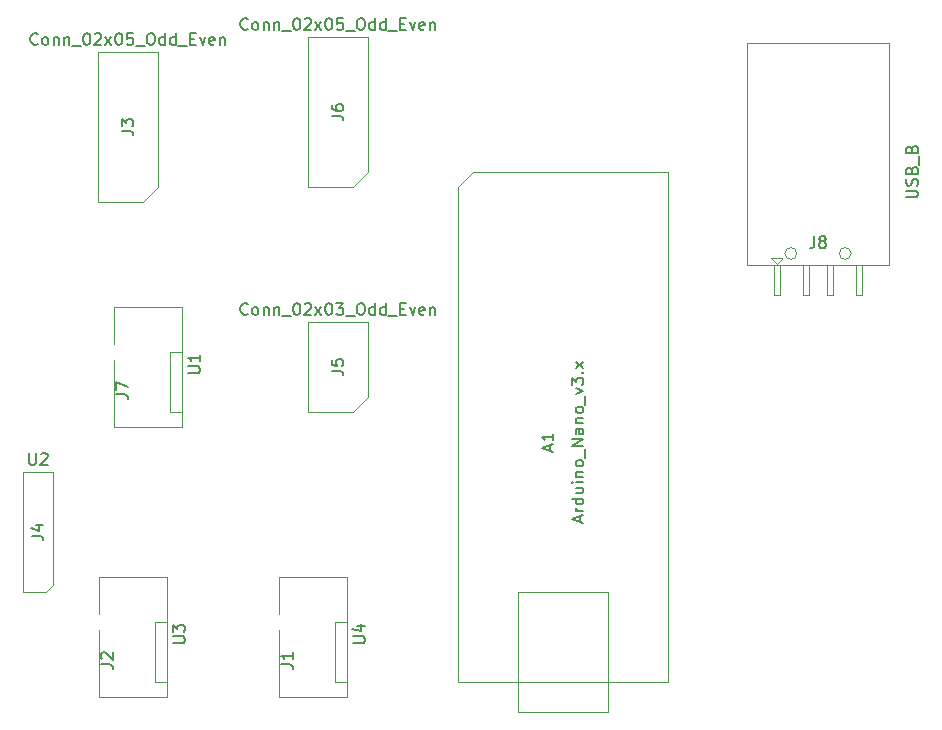
<source format=gbr>
%TF.GenerationSoftware,KiCad,Pcbnew,5.0.2-bee76a0~70~ubuntu14.04.1*%
%TF.CreationDate,2021-10-08T16:33:51+02:00*%
%TF.ProjectId,Literkarte Pong,4c697465-726b-4617-9274-6520506f6e67,rev?*%
%TF.SameCoordinates,Original*%
%TF.FileFunction,Other,Fab,Top*%
%FSLAX46Y46*%
G04 Gerber Fmt 4.6, Leading zero omitted, Abs format (unit mm)*
G04 Created by KiCad (PCBNEW 5.0.2-bee76a0~70~ubuntu14.04.1) date Fr 08 Okt 2021 16:33:51 CEST*
%MOMM*%
%LPD*%
G01*
G04 APERTURE LIST*
%ADD10C,0.100000*%
%ADD11C,0.150000*%
G04 APERTURE END LIST*
D10*
%TO.C,J8*%
X189040000Y-108850000D02*
X189990000Y-108850000D01*
X189540000Y-109350000D02*
X189040000Y-108850000D01*
X189540000Y-109350000D02*
X190040000Y-108850000D01*
X195840000Y-108500000D02*
G75*
G03X195840000Y-108500000I-500000J0D01*
G01*
X191240000Y-108500000D02*
G75*
G03X191240000Y-108500000I-500000J0D01*
G01*
X189790000Y-112000000D02*
X189790000Y-109500000D01*
X189790000Y-112000000D02*
X189290000Y-112000000D01*
X189290000Y-112000000D02*
X189290000Y-109500000D01*
X191790000Y-112000000D02*
X191790000Y-109500000D01*
X192290000Y-112000000D02*
X192290000Y-109500000D01*
X192290000Y-112000000D02*
X191790000Y-112000000D01*
X194290000Y-112000000D02*
X194290000Y-109500000D01*
X194290000Y-112000000D02*
X193790000Y-112000000D01*
X193790000Y-112000000D02*
X193790000Y-109500000D01*
X196790000Y-112000000D02*
X196790000Y-109500000D01*
X196290000Y-112000000D02*
X196290000Y-109500000D01*
X196790000Y-112000000D02*
X196290000Y-112000000D01*
X199065000Y-90700000D02*
X187015000Y-90700000D01*
X199065000Y-109500000D02*
X199065000Y-90700000D01*
X187015000Y-109500000D02*
X187015000Y-90700000D01*
X199065000Y-109500000D02*
X187015000Y-109500000D01*
%TO.C,J7*%
X133390000Y-123170000D02*
X133390000Y-117520000D01*
X139190000Y-123170000D02*
X133390000Y-123170000D01*
X139190000Y-123120000D02*
X139190000Y-123170000D01*
X139190000Y-113070000D02*
X139190000Y-123120000D01*
X133390000Y-113070000D02*
X139190000Y-113070000D01*
X133390000Y-116170000D02*
X133390000Y-113070000D01*
X138190000Y-121920000D02*
X139190000Y-121920000D01*
X138190000Y-116820000D02*
X138190000Y-121920000D01*
X139190000Y-116820000D02*
X138190000Y-116820000D01*
%TO.C,J6*%
X154940000Y-101600000D02*
X153670000Y-102870000D01*
X154940000Y-90170000D02*
X154940000Y-101600000D01*
X149860000Y-90170000D02*
X154940000Y-90170000D01*
X149860000Y-102870000D02*
X149860000Y-90170000D01*
X153670000Y-102870000D02*
X149860000Y-102870000D01*
%TO.C,J5*%
X154940000Y-120650000D02*
X153670000Y-121920000D01*
X154940000Y-114300000D02*
X154940000Y-120650000D01*
X149860000Y-114300000D02*
X154940000Y-114300000D01*
X149860000Y-121920000D02*
X149860000Y-114300000D01*
X153670000Y-121920000D02*
X149860000Y-121920000D01*
%TO.C,J4*%
X128270000Y-136525000D02*
X127635000Y-137160000D01*
X128270000Y-127000000D02*
X128270000Y-136525000D01*
X125730000Y-127000000D02*
X128270000Y-127000000D01*
X125730000Y-137160000D02*
X125730000Y-127000000D01*
X127635000Y-137160000D02*
X125730000Y-137160000D01*
%TO.C,J3*%
X137160000Y-102870000D02*
X135890000Y-104140000D01*
X137160000Y-91440000D02*
X137160000Y-102870000D01*
X132080000Y-91440000D02*
X137160000Y-91440000D01*
X132080000Y-104140000D02*
X132080000Y-91440000D01*
X135890000Y-104140000D02*
X132080000Y-104140000D01*
%TO.C,J2*%
X132120000Y-146030000D02*
X132120000Y-140380000D01*
X137920000Y-146030000D02*
X132120000Y-146030000D01*
X137920000Y-145980000D02*
X137920000Y-146030000D01*
X137920000Y-135930000D02*
X137920000Y-145980000D01*
X132120000Y-135930000D02*
X137920000Y-135930000D01*
X132120000Y-139030000D02*
X132120000Y-135930000D01*
X136920000Y-144780000D02*
X137920000Y-144780000D01*
X136920000Y-139680000D02*
X136920000Y-144780000D01*
X137920000Y-139680000D02*
X136920000Y-139680000D01*
%TO.C,J1*%
X147360000Y-146030000D02*
X147360000Y-140380000D01*
X153160000Y-146030000D02*
X147360000Y-146030000D01*
X153160000Y-145980000D02*
X153160000Y-146030000D01*
X153160000Y-135930000D02*
X153160000Y-145980000D01*
X147360000Y-135930000D02*
X153160000Y-135930000D01*
X147360000Y-139030000D02*
X147360000Y-135930000D01*
X152160000Y-144780000D02*
X153160000Y-144780000D01*
X152160000Y-139680000D02*
X152160000Y-144780000D01*
X153160000Y-139680000D02*
X152160000Y-139680000D01*
%TO.C,A1*%
X180340000Y-101600000D02*
X180340000Y-144780000D01*
X163830000Y-101600000D02*
X180340000Y-101600000D01*
X162560000Y-102870000D02*
X163830000Y-101600000D01*
X162560000Y-144780000D02*
X162560000Y-102870000D01*
X180340000Y-144780000D02*
X162560000Y-144780000D01*
X167640000Y-147320000D02*
X167640000Y-137160000D01*
X175260000Y-147320000D02*
X167640000Y-147320000D01*
X175260000Y-137160000D02*
X175260000Y-147320000D01*
X167640000Y-137160000D02*
X175260000Y-137160000D01*
%TD*%
%TO.C,J8*%
D11*
X200492380Y-103742857D02*
X201301904Y-103742857D01*
X201397142Y-103695238D01*
X201444761Y-103647619D01*
X201492380Y-103552380D01*
X201492380Y-103361904D01*
X201444761Y-103266666D01*
X201397142Y-103219047D01*
X201301904Y-103171428D01*
X200492380Y-103171428D01*
X201444761Y-102742857D02*
X201492380Y-102600000D01*
X201492380Y-102361904D01*
X201444761Y-102266666D01*
X201397142Y-102219047D01*
X201301904Y-102171428D01*
X201206666Y-102171428D01*
X201111428Y-102219047D01*
X201063809Y-102266666D01*
X201016190Y-102361904D01*
X200968571Y-102552380D01*
X200920952Y-102647619D01*
X200873333Y-102695238D01*
X200778095Y-102742857D01*
X200682857Y-102742857D01*
X200587619Y-102695238D01*
X200540000Y-102647619D01*
X200492380Y-102552380D01*
X200492380Y-102314285D01*
X200540000Y-102171428D01*
X200968571Y-101409523D02*
X201016190Y-101266666D01*
X201063809Y-101219047D01*
X201159047Y-101171428D01*
X201301904Y-101171428D01*
X201397142Y-101219047D01*
X201444761Y-101266666D01*
X201492380Y-101361904D01*
X201492380Y-101742857D01*
X200492380Y-101742857D01*
X200492380Y-101409523D01*
X200540000Y-101314285D01*
X200587619Y-101266666D01*
X200682857Y-101219047D01*
X200778095Y-101219047D01*
X200873333Y-101266666D01*
X200920952Y-101314285D01*
X200968571Y-101409523D01*
X200968571Y-101742857D01*
X201587619Y-100980952D02*
X201587619Y-100219047D01*
X200968571Y-99647619D02*
X201016190Y-99504761D01*
X201063809Y-99457142D01*
X201159047Y-99409523D01*
X201301904Y-99409523D01*
X201397142Y-99457142D01*
X201444761Y-99504761D01*
X201492380Y-99600000D01*
X201492380Y-99980952D01*
X200492380Y-99980952D01*
X200492380Y-99647619D01*
X200540000Y-99552380D01*
X200587619Y-99504761D01*
X200682857Y-99457142D01*
X200778095Y-99457142D01*
X200873333Y-99504761D01*
X200920952Y-99552380D01*
X200968571Y-99647619D01*
X200968571Y-99980952D01*
X192706666Y-107052380D02*
X192706666Y-107766666D01*
X192659047Y-107909523D01*
X192563809Y-108004761D01*
X192420952Y-108052380D01*
X192325714Y-108052380D01*
X193325714Y-107480952D02*
X193230476Y-107433333D01*
X193182857Y-107385714D01*
X193135238Y-107290476D01*
X193135238Y-107242857D01*
X193182857Y-107147619D01*
X193230476Y-107100000D01*
X193325714Y-107052380D01*
X193516190Y-107052380D01*
X193611428Y-107100000D01*
X193659047Y-107147619D01*
X193706666Y-107242857D01*
X193706666Y-107290476D01*
X193659047Y-107385714D01*
X193611428Y-107433333D01*
X193516190Y-107480952D01*
X193325714Y-107480952D01*
X193230476Y-107528571D01*
X193182857Y-107576190D01*
X193135238Y-107671428D01*
X193135238Y-107861904D01*
X193182857Y-107957142D01*
X193230476Y-108004761D01*
X193325714Y-108052380D01*
X193516190Y-108052380D01*
X193611428Y-108004761D01*
X193659047Y-107957142D01*
X193706666Y-107861904D01*
X193706666Y-107671428D01*
X193659047Y-107576190D01*
X193611428Y-107528571D01*
X193516190Y-107480952D01*
%TO.C,J7*%
X139692380Y-118631904D02*
X140501904Y-118631904D01*
X140597142Y-118584285D01*
X140644761Y-118536666D01*
X140692380Y-118441428D01*
X140692380Y-118250952D01*
X140644761Y-118155714D01*
X140597142Y-118108095D01*
X140501904Y-118060476D01*
X139692380Y-118060476D01*
X140692380Y-117060476D02*
X140692380Y-117631904D01*
X140692380Y-117346190D02*
X139692380Y-117346190D01*
X139835238Y-117441428D01*
X139930476Y-117536666D01*
X139978095Y-117631904D01*
X133592380Y-120403333D02*
X134306666Y-120403333D01*
X134449523Y-120450952D01*
X134544761Y-120546190D01*
X134592380Y-120689047D01*
X134592380Y-120784285D01*
X133592380Y-120022380D02*
X133592380Y-119355714D01*
X134592380Y-119784285D01*
%TO.C,J6*%
X144757142Y-89467142D02*
X144709523Y-89514761D01*
X144566666Y-89562380D01*
X144471428Y-89562380D01*
X144328571Y-89514761D01*
X144233333Y-89419523D01*
X144185714Y-89324285D01*
X144138095Y-89133809D01*
X144138095Y-88990952D01*
X144185714Y-88800476D01*
X144233333Y-88705238D01*
X144328571Y-88610000D01*
X144471428Y-88562380D01*
X144566666Y-88562380D01*
X144709523Y-88610000D01*
X144757142Y-88657619D01*
X145328571Y-89562380D02*
X145233333Y-89514761D01*
X145185714Y-89467142D01*
X145138095Y-89371904D01*
X145138095Y-89086190D01*
X145185714Y-88990952D01*
X145233333Y-88943333D01*
X145328571Y-88895714D01*
X145471428Y-88895714D01*
X145566666Y-88943333D01*
X145614285Y-88990952D01*
X145661904Y-89086190D01*
X145661904Y-89371904D01*
X145614285Y-89467142D01*
X145566666Y-89514761D01*
X145471428Y-89562380D01*
X145328571Y-89562380D01*
X146090476Y-88895714D02*
X146090476Y-89562380D01*
X146090476Y-88990952D02*
X146138095Y-88943333D01*
X146233333Y-88895714D01*
X146376190Y-88895714D01*
X146471428Y-88943333D01*
X146519047Y-89038571D01*
X146519047Y-89562380D01*
X146995238Y-88895714D02*
X146995238Y-89562380D01*
X146995238Y-88990952D02*
X147042857Y-88943333D01*
X147138095Y-88895714D01*
X147280952Y-88895714D01*
X147376190Y-88943333D01*
X147423809Y-89038571D01*
X147423809Y-89562380D01*
X147661904Y-89657619D02*
X148423809Y-89657619D01*
X148852380Y-88562380D02*
X148947619Y-88562380D01*
X149042857Y-88610000D01*
X149090476Y-88657619D01*
X149138095Y-88752857D01*
X149185714Y-88943333D01*
X149185714Y-89181428D01*
X149138095Y-89371904D01*
X149090476Y-89467142D01*
X149042857Y-89514761D01*
X148947619Y-89562380D01*
X148852380Y-89562380D01*
X148757142Y-89514761D01*
X148709523Y-89467142D01*
X148661904Y-89371904D01*
X148614285Y-89181428D01*
X148614285Y-88943333D01*
X148661904Y-88752857D01*
X148709523Y-88657619D01*
X148757142Y-88610000D01*
X148852380Y-88562380D01*
X149566666Y-88657619D02*
X149614285Y-88610000D01*
X149709523Y-88562380D01*
X149947619Y-88562380D01*
X150042857Y-88610000D01*
X150090476Y-88657619D01*
X150138095Y-88752857D01*
X150138095Y-88848095D01*
X150090476Y-88990952D01*
X149519047Y-89562380D01*
X150138095Y-89562380D01*
X150471428Y-89562380D02*
X150995238Y-88895714D01*
X150471428Y-88895714D02*
X150995238Y-89562380D01*
X151566666Y-88562380D02*
X151661904Y-88562380D01*
X151757142Y-88610000D01*
X151804761Y-88657619D01*
X151852380Y-88752857D01*
X151900000Y-88943333D01*
X151900000Y-89181428D01*
X151852380Y-89371904D01*
X151804761Y-89467142D01*
X151757142Y-89514761D01*
X151661904Y-89562380D01*
X151566666Y-89562380D01*
X151471428Y-89514761D01*
X151423809Y-89467142D01*
X151376190Y-89371904D01*
X151328571Y-89181428D01*
X151328571Y-88943333D01*
X151376190Y-88752857D01*
X151423809Y-88657619D01*
X151471428Y-88610000D01*
X151566666Y-88562380D01*
X152804761Y-88562380D02*
X152328571Y-88562380D01*
X152280952Y-89038571D01*
X152328571Y-88990952D01*
X152423809Y-88943333D01*
X152661904Y-88943333D01*
X152757142Y-88990952D01*
X152804761Y-89038571D01*
X152852380Y-89133809D01*
X152852380Y-89371904D01*
X152804761Y-89467142D01*
X152757142Y-89514761D01*
X152661904Y-89562380D01*
X152423809Y-89562380D01*
X152328571Y-89514761D01*
X152280952Y-89467142D01*
X153042857Y-89657619D02*
X153804761Y-89657619D01*
X154233333Y-88562380D02*
X154423809Y-88562380D01*
X154519047Y-88610000D01*
X154614285Y-88705238D01*
X154661904Y-88895714D01*
X154661904Y-89229047D01*
X154614285Y-89419523D01*
X154519047Y-89514761D01*
X154423809Y-89562380D01*
X154233333Y-89562380D01*
X154138095Y-89514761D01*
X154042857Y-89419523D01*
X153995238Y-89229047D01*
X153995238Y-88895714D01*
X154042857Y-88705238D01*
X154138095Y-88610000D01*
X154233333Y-88562380D01*
X155519047Y-89562380D02*
X155519047Y-88562380D01*
X155519047Y-89514761D02*
X155423809Y-89562380D01*
X155233333Y-89562380D01*
X155138095Y-89514761D01*
X155090476Y-89467142D01*
X155042857Y-89371904D01*
X155042857Y-89086190D01*
X155090476Y-88990952D01*
X155138095Y-88943333D01*
X155233333Y-88895714D01*
X155423809Y-88895714D01*
X155519047Y-88943333D01*
X156423809Y-89562380D02*
X156423809Y-88562380D01*
X156423809Y-89514761D02*
X156328571Y-89562380D01*
X156138095Y-89562380D01*
X156042857Y-89514761D01*
X155995238Y-89467142D01*
X155947619Y-89371904D01*
X155947619Y-89086190D01*
X155995238Y-88990952D01*
X156042857Y-88943333D01*
X156138095Y-88895714D01*
X156328571Y-88895714D01*
X156423809Y-88943333D01*
X156661904Y-89657619D02*
X157423809Y-89657619D01*
X157661904Y-89038571D02*
X157995238Y-89038571D01*
X158138095Y-89562380D02*
X157661904Y-89562380D01*
X157661904Y-88562380D01*
X158138095Y-88562380D01*
X158471428Y-88895714D02*
X158709523Y-89562380D01*
X158947619Y-88895714D01*
X159709523Y-89514761D02*
X159614285Y-89562380D01*
X159423809Y-89562380D01*
X159328571Y-89514761D01*
X159280952Y-89419523D01*
X159280952Y-89038571D01*
X159328571Y-88943333D01*
X159423809Y-88895714D01*
X159614285Y-88895714D01*
X159709523Y-88943333D01*
X159757142Y-89038571D01*
X159757142Y-89133809D01*
X159280952Y-89229047D01*
X160185714Y-88895714D02*
X160185714Y-89562380D01*
X160185714Y-88990952D02*
X160233333Y-88943333D01*
X160328571Y-88895714D01*
X160471428Y-88895714D01*
X160566666Y-88943333D01*
X160614285Y-89038571D01*
X160614285Y-89562380D01*
X151852380Y-96853333D02*
X152566666Y-96853333D01*
X152709523Y-96900952D01*
X152804761Y-96996190D01*
X152852380Y-97139047D01*
X152852380Y-97234285D01*
X151852380Y-95948571D02*
X151852380Y-96139047D01*
X151900000Y-96234285D01*
X151947619Y-96281904D01*
X152090476Y-96377142D01*
X152280952Y-96424761D01*
X152661904Y-96424761D01*
X152757142Y-96377142D01*
X152804761Y-96329523D01*
X152852380Y-96234285D01*
X152852380Y-96043809D01*
X152804761Y-95948571D01*
X152757142Y-95900952D01*
X152661904Y-95853333D01*
X152423809Y-95853333D01*
X152328571Y-95900952D01*
X152280952Y-95948571D01*
X152233333Y-96043809D01*
X152233333Y-96234285D01*
X152280952Y-96329523D01*
X152328571Y-96377142D01*
X152423809Y-96424761D01*
%TO.C,J5*%
X144757142Y-113597142D02*
X144709523Y-113644761D01*
X144566666Y-113692380D01*
X144471428Y-113692380D01*
X144328571Y-113644761D01*
X144233333Y-113549523D01*
X144185714Y-113454285D01*
X144138095Y-113263809D01*
X144138095Y-113120952D01*
X144185714Y-112930476D01*
X144233333Y-112835238D01*
X144328571Y-112740000D01*
X144471428Y-112692380D01*
X144566666Y-112692380D01*
X144709523Y-112740000D01*
X144757142Y-112787619D01*
X145328571Y-113692380D02*
X145233333Y-113644761D01*
X145185714Y-113597142D01*
X145138095Y-113501904D01*
X145138095Y-113216190D01*
X145185714Y-113120952D01*
X145233333Y-113073333D01*
X145328571Y-113025714D01*
X145471428Y-113025714D01*
X145566666Y-113073333D01*
X145614285Y-113120952D01*
X145661904Y-113216190D01*
X145661904Y-113501904D01*
X145614285Y-113597142D01*
X145566666Y-113644761D01*
X145471428Y-113692380D01*
X145328571Y-113692380D01*
X146090476Y-113025714D02*
X146090476Y-113692380D01*
X146090476Y-113120952D02*
X146138095Y-113073333D01*
X146233333Y-113025714D01*
X146376190Y-113025714D01*
X146471428Y-113073333D01*
X146519047Y-113168571D01*
X146519047Y-113692380D01*
X146995238Y-113025714D02*
X146995238Y-113692380D01*
X146995238Y-113120952D02*
X147042857Y-113073333D01*
X147138095Y-113025714D01*
X147280952Y-113025714D01*
X147376190Y-113073333D01*
X147423809Y-113168571D01*
X147423809Y-113692380D01*
X147661904Y-113787619D02*
X148423809Y-113787619D01*
X148852380Y-112692380D02*
X148947619Y-112692380D01*
X149042857Y-112740000D01*
X149090476Y-112787619D01*
X149138095Y-112882857D01*
X149185714Y-113073333D01*
X149185714Y-113311428D01*
X149138095Y-113501904D01*
X149090476Y-113597142D01*
X149042857Y-113644761D01*
X148947619Y-113692380D01*
X148852380Y-113692380D01*
X148757142Y-113644761D01*
X148709523Y-113597142D01*
X148661904Y-113501904D01*
X148614285Y-113311428D01*
X148614285Y-113073333D01*
X148661904Y-112882857D01*
X148709523Y-112787619D01*
X148757142Y-112740000D01*
X148852380Y-112692380D01*
X149566666Y-112787619D02*
X149614285Y-112740000D01*
X149709523Y-112692380D01*
X149947619Y-112692380D01*
X150042857Y-112740000D01*
X150090476Y-112787619D01*
X150138095Y-112882857D01*
X150138095Y-112978095D01*
X150090476Y-113120952D01*
X149519047Y-113692380D01*
X150138095Y-113692380D01*
X150471428Y-113692380D02*
X150995238Y-113025714D01*
X150471428Y-113025714D02*
X150995238Y-113692380D01*
X151566666Y-112692380D02*
X151661904Y-112692380D01*
X151757142Y-112740000D01*
X151804761Y-112787619D01*
X151852380Y-112882857D01*
X151900000Y-113073333D01*
X151900000Y-113311428D01*
X151852380Y-113501904D01*
X151804761Y-113597142D01*
X151757142Y-113644761D01*
X151661904Y-113692380D01*
X151566666Y-113692380D01*
X151471428Y-113644761D01*
X151423809Y-113597142D01*
X151376190Y-113501904D01*
X151328571Y-113311428D01*
X151328571Y-113073333D01*
X151376190Y-112882857D01*
X151423809Y-112787619D01*
X151471428Y-112740000D01*
X151566666Y-112692380D01*
X152233333Y-112692380D02*
X152852380Y-112692380D01*
X152519047Y-113073333D01*
X152661904Y-113073333D01*
X152757142Y-113120952D01*
X152804761Y-113168571D01*
X152852380Y-113263809D01*
X152852380Y-113501904D01*
X152804761Y-113597142D01*
X152757142Y-113644761D01*
X152661904Y-113692380D01*
X152376190Y-113692380D01*
X152280952Y-113644761D01*
X152233333Y-113597142D01*
X153042857Y-113787619D02*
X153804761Y-113787619D01*
X154233333Y-112692380D02*
X154423809Y-112692380D01*
X154519047Y-112740000D01*
X154614285Y-112835238D01*
X154661904Y-113025714D01*
X154661904Y-113359047D01*
X154614285Y-113549523D01*
X154519047Y-113644761D01*
X154423809Y-113692380D01*
X154233333Y-113692380D01*
X154138095Y-113644761D01*
X154042857Y-113549523D01*
X153995238Y-113359047D01*
X153995238Y-113025714D01*
X154042857Y-112835238D01*
X154138095Y-112740000D01*
X154233333Y-112692380D01*
X155519047Y-113692380D02*
X155519047Y-112692380D01*
X155519047Y-113644761D02*
X155423809Y-113692380D01*
X155233333Y-113692380D01*
X155138095Y-113644761D01*
X155090476Y-113597142D01*
X155042857Y-113501904D01*
X155042857Y-113216190D01*
X155090476Y-113120952D01*
X155138095Y-113073333D01*
X155233333Y-113025714D01*
X155423809Y-113025714D01*
X155519047Y-113073333D01*
X156423809Y-113692380D02*
X156423809Y-112692380D01*
X156423809Y-113644761D02*
X156328571Y-113692380D01*
X156138095Y-113692380D01*
X156042857Y-113644761D01*
X155995238Y-113597142D01*
X155947619Y-113501904D01*
X155947619Y-113216190D01*
X155995238Y-113120952D01*
X156042857Y-113073333D01*
X156138095Y-113025714D01*
X156328571Y-113025714D01*
X156423809Y-113073333D01*
X156661904Y-113787619D02*
X157423809Y-113787619D01*
X157661904Y-113168571D02*
X157995238Y-113168571D01*
X158138095Y-113692380D02*
X157661904Y-113692380D01*
X157661904Y-112692380D01*
X158138095Y-112692380D01*
X158471428Y-113025714D02*
X158709523Y-113692380D01*
X158947619Y-113025714D01*
X159709523Y-113644761D02*
X159614285Y-113692380D01*
X159423809Y-113692380D01*
X159328571Y-113644761D01*
X159280952Y-113549523D01*
X159280952Y-113168571D01*
X159328571Y-113073333D01*
X159423809Y-113025714D01*
X159614285Y-113025714D01*
X159709523Y-113073333D01*
X159757142Y-113168571D01*
X159757142Y-113263809D01*
X159280952Y-113359047D01*
X160185714Y-113025714D02*
X160185714Y-113692380D01*
X160185714Y-113120952D02*
X160233333Y-113073333D01*
X160328571Y-113025714D01*
X160471428Y-113025714D01*
X160566666Y-113073333D01*
X160614285Y-113168571D01*
X160614285Y-113692380D01*
X151852380Y-118443333D02*
X152566666Y-118443333D01*
X152709523Y-118490952D01*
X152804761Y-118586190D01*
X152852380Y-118729047D01*
X152852380Y-118824285D01*
X151852380Y-117490952D02*
X151852380Y-117967142D01*
X152328571Y-118014761D01*
X152280952Y-117967142D01*
X152233333Y-117871904D01*
X152233333Y-117633809D01*
X152280952Y-117538571D01*
X152328571Y-117490952D01*
X152423809Y-117443333D01*
X152661904Y-117443333D01*
X152757142Y-117490952D01*
X152804761Y-117538571D01*
X152852380Y-117633809D01*
X152852380Y-117871904D01*
X152804761Y-117967142D01*
X152757142Y-118014761D01*
%TO.C,J4*%
X126238095Y-125392380D02*
X126238095Y-126201904D01*
X126285714Y-126297142D01*
X126333333Y-126344761D01*
X126428571Y-126392380D01*
X126619047Y-126392380D01*
X126714285Y-126344761D01*
X126761904Y-126297142D01*
X126809523Y-126201904D01*
X126809523Y-125392380D01*
X127238095Y-125487619D02*
X127285714Y-125440000D01*
X127380952Y-125392380D01*
X127619047Y-125392380D01*
X127714285Y-125440000D01*
X127761904Y-125487619D01*
X127809523Y-125582857D01*
X127809523Y-125678095D01*
X127761904Y-125820952D01*
X127190476Y-126392380D01*
X127809523Y-126392380D01*
X126452380Y-132413333D02*
X127166666Y-132413333D01*
X127309523Y-132460952D01*
X127404761Y-132556190D01*
X127452380Y-132699047D01*
X127452380Y-132794285D01*
X126785714Y-131508571D02*
X127452380Y-131508571D01*
X126404761Y-131746666D02*
X127119047Y-131984761D01*
X127119047Y-131365714D01*
%TO.C,J3*%
X126977142Y-90737142D02*
X126929523Y-90784761D01*
X126786666Y-90832380D01*
X126691428Y-90832380D01*
X126548571Y-90784761D01*
X126453333Y-90689523D01*
X126405714Y-90594285D01*
X126358095Y-90403809D01*
X126358095Y-90260952D01*
X126405714Y-90070476D01*
X126453333Y-89975238D01*
X126548571Y-89880000D01*
X126691428Y-89832380D01*
X126786666Y-89832380D01*
X126929523Y-89880000D01*
X126977142Y-89927619D01*
X127548571Y-90832380D02*
X127453333Y-90784761D01*
X127405714Y-90737142D01*
X127358095Y-90641904D01*
X127358095Y-90356190D01*
X127405714Y-90260952D01*
X127453333Y-90213333D01*
X127548571Y-90165714D01*
X127691428Y-90165714D01*
X127786666Y-90213333D01*
X127834285Y-90260952D01*
X127881904Y-90356190D01*
X127881904Y-90641904D01*
X127834285Y-90737142D01*
X127786666Y-90784761D01*
X127691428Y-90832380D01*
X127548571Y-90832380D01*
X128310476Y-90165714D02*
X128310476Y-90832380D01*
X128310476Y-90260952D02*
X128358095Y-90213333D01*
X128453333Y-90165714D01*
X128596190Y-90165714D01*
X128691428Y-90213333D01*
X128739047Y-90308571D01*
X128739047Y-90832380D01*
X129215238Y-90165714D02*
X129215238Y-90832380D01*
X129215238Y-90260952D02*
X129262857Y-90213333D01*
X129358095Y-90165714D01*
X129500952Y-90165714D01*
X129596190Y-90213333D01*
X129643809Y-90308571D01*
X129643809Y-90832380D01*
X129881904Y-90927619D02*
X130643809Y-90927619D01*
X131072380Y-89832380D02*
X131167619Y-89832380D01*
X131262857Y-89880000D01*
X131310476Y-89927619D01*
X131358095Y-90022857D01*
X131405714Y-90213333D01*
X131405714Y-90451428D01*
X131358095Y-90641904D01*
X131310476Y-90737142D01*
X131262857Y-90784761D01*
X131167619Y-90832380D01*
X131072380Y-90832380D01*
X130977142Y-90784761D01*
X130929523Y-90737142D01*
X130881904Y-90641904D01*
X130834285Y-90451428D01*
X130834285Y-90213333D01*
X130881904Y-90022857D01*
X130929523Y-89927619D01*
X130977142Y-89880000D01*
X131072380Y-89832380D01*
X131786666Y-89927619D02*
X131834285Y-89880000D01*
X131929523Y-89832380D01*
X132167619Y-89832380D01*
X132262857Y-89880000D01*
X132310476Y-89927619D01*
X132358095Y-90022857D01*
X132358095Y-90118095D01*
X132310476Y-90260952D01*
X131739047Y-90832380D01*
X132358095Y-90832380D01*
X132691428Y-90832380D02*
X133215238Y-90165714D01*
X132691428Y-90165714D02*
X133215238Y-90832380D01*
X133786666Y-89832380D02*
X133881904Y-89832380D01*
X133977142Y-89880000D01*
X134024761Y-89927619D01*
X134072380Y-90022857D01*
X134120000Y-90213333D01*
X134120000Y-90451428D01*
X134072380Y-90641904D01*
X134024761Y-90737142D01*
X133977142Y-90784761D01*
X133881904Y-90832380D01*
X133786666Y-90832380D01*
X133691428Y-90784761D01*
X133643809Y-90737142D01*
X133596190Y-90641904D01*
X133548571Y-90451428D01*
X133548571Y-90213333D01*
X133596190Y-90022857D01*
X133643809Y-89927619D01*
X133691428Y-89880000D01*
X133786666Y-89832380D01*
X135024761Y-89832380D02*
X134548571Y-89832380D01*
X134500952Y-90308571D01*
X134548571Y-90260952D01*
X134643809Y-90213333D01*
X134881904Y-90213333D01*
X134977142Y-90260952D01*
X135024761Y-90308571D01*
X135072380Y-90403809D01*
X135072380Y-90641904D01*
X135024761Y-90737142D01*
X134977142Y-90784761D01*
X134881904Y-90832380D01*
X134643809Y-90832380D01*
X134548571Y-90784761D01*
X134500952Y-90737142D01*
X135262857Y-90927619D02*
X136024761Y-90927619D01*
X136453333Y-89832380D02*
X136643809Y-89832380D01*
X136739047Y-89880000D01*
X136834285Y-89975238D01*
X136881904Y-90165714D01*
X136881904Y-90499047D01*
X136834285Y-90689523D01*
X136739047Y-90784761D01*
X136643809Y-90832380D01*
X136453333Y-90832380D01*
X136358095Y-90784761D01*
X136262857Y-90689523D01*
X136215238Y-90499047D01*
X136215238Y-90165714D01*
X136262857Y-89975238D01*
X136358095Y-89880000D01*
X136453333Y-89832380D01*
X137739047Y-90832380D02*
X137739047Y-89832380D01*
X137739047Y-90784761D02*
X137643809Y-90832380D01*
X137453333Y-90832380D01*
X137358095Y-90784761D01*
X137310476Y-90737142D01*
X137262857Y-90641904D01*
X137262857Y-90356190D01*
X137310476Y-90260952D01*
X137358095Y-90213333D01*
X137453333Y-90165714D01*
X137643809Y-90165714D01*
X137739047Y-90213333D01*
X138643809Y-90832380D02*
X138643809Y-89832380D01*
X138643809Y-90784761D02*
X138548571Y-90832380D01*
X138358095Y-90832380D01*
X138262857Y-90784761D01*
X138215238Y-90737142D01*
X138167619Y-90641904D01*
X138167619Y-90356190D01*
X138215238Y-90260952D01*
X138262857Y-90213333D01*
X138358095Y-90165714D01*
X138548571Y-90165714D01*
X138643809Y-90213333D01*
X138881904Y-90927619D02*
X139643809Y-90927619D01*
X139881904Y-90308571D02*
X140215238Y-90308571D01*
X140358095Y-90832380D02*
X139881904Y-90832380D01*
X139881904Y-89832380D01*
X140358095Y-89832380D01*
X140691428Y-90165714D02*
X140929523Y-90832380D01*
X141167619Y-90165714D01*
X141929523Y-90784761D02*
X141834285Y-90832380D01*
X141643809Y-90832380D01*
X141548571Y-90784761D01*
X141500952Y-90689523D01*
X141500952Y-90308571D01*
X141548571Y-90213333D01*
X141643809Y-90165714D01*
X141834285Y-90165714D01*
X141929523Y-90213333D01*
X141977142Y-90308571D01*
X141977142Y-90403809D01*
X141500952Y-90499047D01*
X142405714Y-90165714D02*
X142405714Y-90832380D01*
X142405714Y-90260952D02*
X142453333Y-90213333D01*
X142548571Y-90165714D01*
X142691428Y-90165714D01*
X142786666Y-90213333D01*
X142834285Y-90308571D01*
X142834285Y-90832380D01*
X134072380Y-98123333D02*
X134786666Y-98123333D01*
X134929523Y-98170952D01*
X135024761Y-98266190D01*
X135072380Y-98409047D01*
X135072380Y-98504285D01*
X134072380Y-97742380D02*
X134072380Y-97123333D01*
X134453333Y-97456666D01*
X134453333Y-97313809D01*
X134500952Y-97218571D01*
X134548571Y-97170952D01*
X134643809Y-97123333D01*
X134881904Y-97123333D01*
X134977142Y-97170952D01*
X135024761Y-97218571D01*
X135072380Y-97313809D01*
X135072380Y-97599523D01*
X135024761Y-97694761D01*
X134977142Y-97742380D01*
%TO.C,J2*%
X138422380Y-141491904D02*
X139231904Y-141491904D01*
X139327142Y-141444285D01*
X139374761Y-141396666D01*
X139422380Y-141301428D01*
X139422380Y-141110952D01*
X139374761Y-141015714D01*
X139327142Y-140968095D01*
X139231904Y-140920476D01*
X138422380Y-140920476D01*
X138422380Y-140539523D02*
X138422380Y-139920476D01*
X138803333Y-140253809D01*
X138803333Y-140110952D01*
X138850952Y-140015714D01*
X138898571Y-139968095D01*
X138993809Y-139920476D01*
X139231904Y-139920476D01*
X139327142Y-139968095D01*
X139374761Y-140015714D01*
X139422380Y-140110952D01*
X139422380Y-140396666D01*
X139374761Y-140491904D01*
X139327142Y-140539523D01*
X132322380Y-143263333D02*
X133036666Y-143263333D01*
X133179523Y-143310952D01*
X133274761Y-143406190D01*
X133322380Y-143549047D01*
X133322380Y-143644285D01*
X132417619Y-142834761D02*
X132370000Y-142787142D01*
X132322380Y-142691904D01*
X132322380Y-142453809D01*
X132370000Y-142358571D01*
X132417619Y-142310952D01*
X132512857Y-142263333D01*
X132608095Y-142263333D01*
X132750952Y-142310952D01*
X133322380Y-142882380D01*
X133322380Y-142263333D01*
%TO.C,J1*%
X153662380Y-141491904D02*
X154471904Y-141491904D01*
X154567142Y-141444285D01*
X154614761Y-141396666D01*
X154662380Y-141301428D01*
X154662380Y-141110952D01*
X154614761Y-141015714D01*
X154567142Y-140968095D01*
X154471904Y-140920476D01*
X153662380Y-140920476D01*
X153995714Y-140015714D02*
X154662380Y-140015714D01*
X153614761Y-140253809D02*
X154329047Y-140491904D01*
X154329047Y-139872857D01*
X147562380Y-143263333D02*
X148276666Y-143263333D01*
X148419523Y-143310952D01*
X148514761Y-143406190D01*
X148562380Y-143549047D01*
X148562380Y-143644285D01*
X148562380Y-142263333D02*
X148562380Y-142834761D01*
X148562380Y-142549047D02*
X147562380Y-142549047D01*
X147705238Y-142644285D01*
X147800476Y-142739523D01*
X147848095Y-142834761D01*
%TO.C,A1*%
X172886666Y-131198095D02*
X172886666Y-130721904D01*
X173172380Y-131293333D02*
X172172380Y-130960000D01*
X173172380Y-130626666D01*
X173172380Y-130293333D02*
X172505714Y-130293333D01*
X172696190Y-130293333D02*
X172600952Y-130245714D01*
X172553333Y-130198095D01*
X172505714Y-130102857D01*
X172505714Y-130007619D01*
X173172380Y-129245714D02*
X172172380Y-129245714D01*
X173124761Y-129245714D02*
X173172380Y-129340952D01*
X173172380Y-129531428D01*
X173124761Y-129626666D01*
X173077142Y-129674285D01*
X172981904Y-129721904D01*
X172696190Y-129721904D01*
X172600952Y-129674285D01*
X172553333Y-129626666D01*
X172505714Y-129531428D01*
X172505714Y-129340952D01*
X172553333Y-129245714D01*
X172505714Y-128340952D02*
X173172380Y-128340952D01*
X172505714Y-128769523D02*
X173029523Y-128769523D01*
X173124761Y-128721904D01*
X173172380Y-128626666D01*
X173172380Y-128483809D01*
X173124761Y-128388571D01*
X173077142Y-128340952D01*
X173172380Y-127864761D02*
X172505714Y-127864761D01*
X172172380Y-127864761D02*
X172220000Y-127912380D01*
X172267619Y-127864761D01*
X172220000Y-127817142D01*
X172172380Y-127864761D01*
X172267619Y-127864761D01*
X172505714Y-127388571D02*
X173172380Y-127388571D01*
X172600952Y-127388571D02*
X172553333Y-127340952D01*
X172505714Y-127245714D01*
X172505714Y-127102857D01*
X172553333Y-127007619D01*
X172648571Y-126960000D01*
X173172380Y-126960000D01*
X173172380Y-126340952D02*
X173124761Y-126436190D01*
X173077142Y-126483809D01*
X172981904Y-126531428D01*
X172696190Y-126531428D01*
X172600952Y-126483809D01*
X172553333Y-126436190D01*
X172505714Y-126340952D01*
X172505714Y-126198095D01*
X172553333Y-126102857D01*
X172600952Y-126055238D01*
X172696190Y-126007619D01*
X172981904Y-126007619D01*
X173077142Y-126055238D01*
X173124761Y-126102857D01*
X173172380Y-126198095D01*
X173172380Y-126340952D01*
X173267619Y-125817142D02*
X173267619Y-125055238D01*
X173172380Y-124817142D02*
X172172380Y-124817142D01*
X173172380Y-124245714D01*
X172172380Y-124245714D01*
X173172380Y-123340952D02*
X172648571Y-123340952D01*
X172553333Y-123388571D01*
X172505714Y-123483809D01*
X172505714Y-123674285D01*
X172553333Y-123769523D01*
X173124761Y-123340952D02*
X173172380Y-123436190D01*
X173172380Y-123674285D01*
X173124761Y-123769523D01*
X173029523Y-123817142D01*
X172934285Y-123817142D01*
X172839047Y-123769523D01*
X172791428Y-123674285D01*
X172791428Y-123436190D01*
X172743809Y-123340952D01*
X172505714Y-122864761D02*
X173172380Y-122864761D01*
X172600952Y-122864761D02*
X172553333Y-122817142D01*
X172505714Y-122721904D01*
X172505714Y-122579047D01*
X172553333Y-122483809D01*
X172648571Y-122436190D01*
X173172380Y-122436190D01*
X173172380Y-121817142D02*
X173124761Y-121912380D01*
X173077142Y-121960000D01*
X172981904Y-122007619D01*
X172696190Y-122007619D01*
X172600952Y-121960000D01*
X172553333Y-121912380D01*
X172505714Y-121817142D01*
X172505714Y-121674285D01*
X172553333Y-121579047D01*
X172600952Y-121531428D01*
X172696190Y-121483809D01*
X172981904Y-121483809D01*
X173077142Y-121531428D01*
X173124761Y-121579047D01*
X173172380Y-121674285D01*
X173172380Y-121817142D01*
X173267619Y-121293333D02*
X173267619Y-120531428D01*
X172505714Y-120388571D02*
X173172380Y-120150476D01*
X172505714Y-119912380D01*
X172172380Y-119626666D02*
X172172380Y-119007619D01*
X172553333Y-119340952D01*
X172553333Y-119198095D01*
X172600952Y-119102857D01*
X172648571Y-119055238D01*
X172743809Y-119007619D01*
X172981904Y-119007619D01*
X173077142Y-119055238D01*
X173124761Y-119102857D01*
X173172380Y-119198095D01*
X173172380Y-119483809D01*
X173124761Y-119579047D01*
X173077142Y-119626666D01*
X173077142Y-118579047D02*
X173124761Y-118531428D01*
X173172380Y-118579047D01*
X173124761Y-118626666D01*
X173077142Y-118579047D01*
X173172380Y-118579047D01*
X173172380Y-118198095D02*
X172505714Y-117674285D01*
X172505714Y-118198095D02*
X173172380Y-117674285D01*
X170346666Y-125174285D02*
X170346666Y-124698095D01*
X170632380Y-125269523D02*
X169632380Y-124936190D01*
X170632380Y-124602857D01*
X170632380Y-123745714D02*
X170632380Y-124317142D01*
X170632380Y-124031428D02*
X169632380Y-124031428D01*
X169775238Y-124126666D01*
X169870476Y-124221904D01*
X169918095Y-124317142D01*
%TD*%
M02*

</source>
